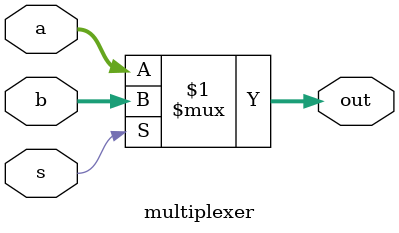
<source format=sv>
module multiplexer
  #(
    parameter N = 32
  )
  (
    input wire[N-1:0] a,b,
    input wire s,
    output wire[N-1:0] out
  );
  
  assign out = s ? b : a;
  
endmodule
</source>
